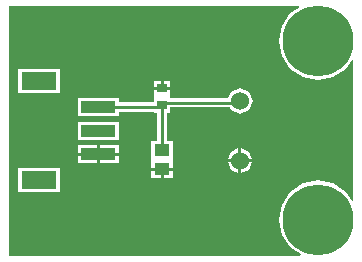
<source format=gtl>
%FSLAX25Y25*%
%MOIN*%
G70*
G01*
G75*
G04 Layer_Physical_Order=1*
G04 Layer_Color=255*
%ADD10R,0.03543X0.03150*%
%ADD11R,0.11811X0.05906*%
%ADD12R,0.11811X0.03937*%
%ADD13R,0.05118X0.03937*%
%ADD14C,0.01000*%
%ADD15C,0.06000*%
%ADD16C,0.03937*%
%ADD17C,0.23622*%
G36*
X98725Y84512D02*
X95543Y82386D01*
X92712Y78148D01*
X91717Y73150D01*
X92712Y68151D01*
X95543Y63913D01*
X99781Y61082D01*
X104780Y60088D01*
X109778Y61082D01*
X114016Y63913D01*
X116008Y66895D01*
X116487Y66750D01*
Y20049D01*
X116008Y19904D01*
X114016Y22886D01*
X109778Y25717D01*
X104780Y26712D01*
X99781Y25717D01*
X95543Y22886D01*
X92712Y18648D01*
X91717Y13650D01*
X92712Y8651D01*
X95543Y4413D01*
X99002Y2102D01*
X98857Y1624D01*
X1624D01*
Y84991D01*
X98580D01*
X98725Y84512D01*
D02*
G37*
%LPC*%
G36*
X82863Y32807D02*
X79240D01*
Y29185D01*
X81802Y30246D01*
X82863Y32807D01*
D02*
G37*
G36*
X30996Y34933D02*
X24591D01*
Y32465D01*
X30996D01*
Y34933D01*
D02*
G37*
G36*
X38402D02*
X31996D01*
Y32465D01*
X38402D01*
Y34933D01*
D02*
G37*
G36*
X78240Y32807D02*
X74618D01*
X75679Y30246D01*
X78240Y29185D01*
Y32807D01*
D02*
G37*
G36*
X18717Y30724D02*
X4905D01*
Y22819D01*
X18717D01*
Y30724D01*
D02*
G37*
G36*
X52280Y30000D02*
X49220D01*
Y27531D01*
X52280D01*
Y30000D01*
D02*
G37*
G36*
X56339D02*
X53280D01*
Y27531D01*
X56339D01*
Y30000D01*
D02*
G37*
G36*
X78240Y37430D02*
X75679Y36369D01*
X74618Y33807D01*
X78240D01*
Y37430D01*
D02*
G37*
G36*
X18717Y63795D02*
X4905D01*
Y55890D01*
X18717D01*
Y63795D01*
D02*
G37*
G36*
X78740Y57637D02*
X75679Y56369D01*
X74824Y54305D01*
X55551D01*
X55551Y54469D01*
D01*
Y54831D01*
X55551D01*
Y56906D01*
X50008D01*
Y54831D01*
X50008Y54831D01*
X50008Y54469D01*
X50008D01*
Y52805D01*
X38402D01*
Y54150D01*
X24591D01*
Y48213D01*
X38402D01*
Y49558D01*
X50008D01*
Y49319D01*
X51156D01*
Y39768D01*
X49220D01*
Y33831D01*
X49220Y33831D01*
X49220Y33468D01*
X49220D01*
Y31000D01*
X56339D01*
Y33468D01*
D01*
Y33468D01*
X56339Y33468D01*
Y33831D01*
X56339D01*
Y39768D01*
X54403D01*
Y49319D01*
X55551D01*
Y51057D01*
X75342D01*
X75679Y50246D01*
X78740Y48978D01*
X81802Y50246D01*
X83070Y53307D01*
X81802Y56369D01*
X78740Y57637D01*
D02*
G37*
G36*
X55551Y59980D02*
X53280D01*
Y57906D01*
X55551D01*
Y59980D01*
D02*
G37*
G36*
X52280D02*
X50008D01*
Y57906D01*
X52280D01*
Y59980D01*
D02*
G37*
G36*
X30996Y38402D02*
X24591D01*
Y35933D01*
X30996D01*
Y38402D01*
D02*
G37*
G36*
X79240Y37430D02*
Y33807D01*
X82863D01*
X81802Y36369D01*
X79240Y37430D01*
D02*
G37*
G36*
X38402Y46276D02*
X24591D01*
Y40339D01*
X38402D01*
Y46276D01*
D02*
G37*
G36*
Y38402D02*
X31996D01*
Y35933D01*
X38402D01*
Y38402D01*
D02*
G37*
%LPD*%
D10*
X52780Y57406D02*
D03*
Y51894D02*
D03*
D11*
X11811Y59842D02*
D03*
Y26772D02*
D03*
D12*
X31496Y35433D02*
D03*
Y51181D02*
D03*
Y43307D02*
D03*
D13*
X52780Y30500D02*
D03*
Y36799D02*
D03*
D14*
X52780Y36118D02*
Y52681D01*
X51279Y51181D02*
X52780Y52681D01*
X31496Y51181D02*
X51279D01*
X52780Y52681D02*
X78114D01*
X78740Y53307D01*
D15*
Y33307D02*
D03*
Y53307D02*
D03*
D16*
X98516Y79413D02*
D03*
X111043D02*
D03*
X104780Y82008D02*
D03*
X95921Y73150D02*
D03*
X98516Y66886D02*
D03*
X104780Y64291D02*
D03*
X111043Y66886D02*
D03*
X113638Y73150D02*
D03*
X98516Y19913D02*
D03*
X111043D02*
D03*
X104780Y22508D02*
D03*
X95921Y13650D02*
D03*
X98516Y7386D02*
D03*
X104780Y4791D02*
D03*
X111043Y7386D02*
D03*
X113638Y13650D02*
D03*
D17*
X104780Y73150D02*
D03*
Y13650D02*
D03*
M02*

</source>
